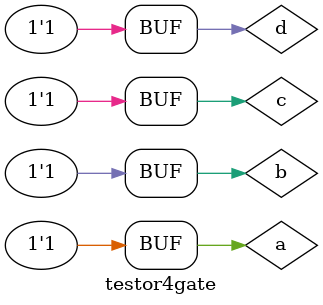
<source format=v>

module orgate ( output s,
input x, y);
assign s = (x|y);
endmodule // orgate

//------------------------------

module or4gate ( output s,
input t, k, z, w);
wire temp1, temp2;

orgate galo(temp1, t, k );
orgate zeiro(temp2, z, w );
orgate america (s, temp1, temp2);

endmodule // orgate

// ---------------------
// -- test or gate
// ---------------------
module testor4gate;
// ------------------------- dados locais
reg a, b, c, d; // definir registradores
wire s; // definir conexao (fio)
// ------------------------- instancia
or4gate OR4 (s, a, b, c, d);
// ------------------------- preparacao
initial begin:start
// atribuicao simultanea
// dos valores iniciais
a=0; b=0; c=0; d=0;
end
// ------------------------- parte principal
initial begin
$display("Exercicio 10 - Yousef - 441714");
$display("Test OR4 gate");
$display("\n(a | b) | (a | b) = s\n");
$monitor("%b Y %b Y %b Y %b = %b", a, b, c, d, s);

#1a=0; b=0; c=0; d=0;
#1a=0; b=0; c=0; d=1; 
#1a=0; b=0; c=1; d=0; 
#1a=0; b=0; c=1; d=1; 
#1a=0; b=1; c=0; d=0; 
#1a=0; b=1; c=0; d=1; 
#1a=0; b=1; c=1; d=0;  
#1a=0; b=1; c=1; d=1;
#1a=1; b=0; c=0; d=0;
#1a=1; b=0; c=0; d=1; 
#1a=1; b=0; c=1; d=0; 
#1a=1; b=0; c=1; d=1; 
#1a=1; b=1; c=0; d=0; 
#1a=1; b=1; c=0; d=1; 
#1a=1; b=1; c=1; d=0;  
#1a=1; b=1; c=1; d=1;   


end
endmodule // testxorgate
</source>
